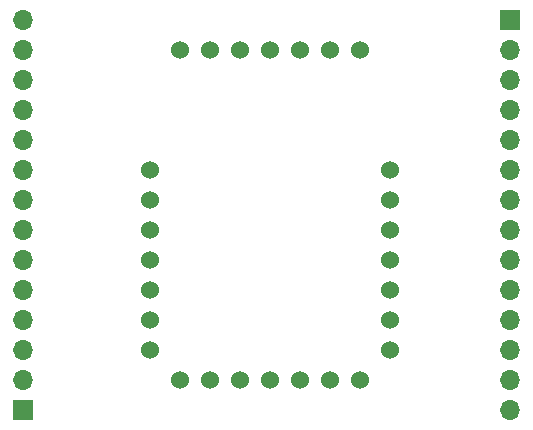
<source format=gbr>
%TF.GenerationSoftware,KiCad,Pcbnew,(5.1.9-0-10_14)*%
%TF.CreationDate,2021-07-27T12:59:24-05:00*%
%TF.ProjectId,castellated_breakout,63617374-656c-46c6-9174-65645f627265,rev?*%
%TF.SameCoordinates,Original*%
%TF.FileFunction,Soldermask,Top*%
%TF.FilePolarity,Negative*%
%FSLAX46Y46*%
G04 Gerber Fmt 4.6, Leading zero omitted, Abs format (unit mm)*
G04 Created by KiCad (PCBNEW (5.1.9-0-10_14)) date 2021-07-27 12:59:24*
%MOMM*%
%LPD*%
G01*
G04 APERTURE LIST*
%ADD10C,1.524000*%
%ADD11O,1.700000X1.700000*%
%ADD12R,1.700000X1.700000*%
G04 APERTURE END LIST*
D10*
%TO.C,U1*%
X148590000Y-107950000D03*
X148590000Y-105410000D03*
X148590000Y-102870000D03*
X148590000Y-100330000D03*
X148590000Y-97790000D03*
X148590000Y-95250000D03*
X148590000Y-92710000D03*
X151130000Y-82550000D03*
X153670000Y-82550000D03*
X156210000Y-82550000D03*
X158750000Y-82550000D03*
X161290000Y-82550000D03*
X163830000Y-82550000D03*
X166370000Y-82550000D03*
X168910000Y-92710000D03*
X168910000Y-95250000D03*
X168910000Y-97790000D03*
X168910000Y-100330000D03*
X168910000Y-102870000D03*
X168910000Y-105410000D03*
X168910000Y-107950000D03*
X166370000Y-110490000D03*
X163830000Y-110490000D03*
X161290000Y-110490000D03*
X158750000Y-110490000D03*
X156210000Y-110490000D03*
X153670000Y-110490000D03*
X151130000Y-110490000D03*
%TD*%
D11*
%TO.C,J2*%
X137795000Y-80010000D03*
X137795000Y-82550000D03*
X137795000Y-85090000D03*
X137795000Y-87630000D03*
X137795000Y-90170000D03*
X137795000Y-92710000D03*
X137795000Y-95250000D03*
X137795000Y-97790000D03*
X137795000Y-100330000D03*
X137795000Y-102870000D03*
X137795000Y-105410000D03*
X137795000Y-107950000D03*
X137795000Y-110490000D03*
D12*
X137795000Y-113030000D03*
%TD*%
D11*
%TO.C,J1*%
X179070000Y-113030000D03*
X179070000Y-110490000D03*
X179070000Y-107950000D03*
X179070000Y-105410000D03*
X179070000Y-102870000D03*
X179070000Y-100330000D03*
X179070000Y-97790000D03*
X179070000Y-95250000D03*
X179070000Y-92710000D03*
X179070000Y-90170000D03*
X179070000Y-87630000D03*
X179070000Y-85090000D03*
X179070000Y-82550000D03*
D12*
X179070000Y-80010000D03*
%TD*%
M02*

</source>
